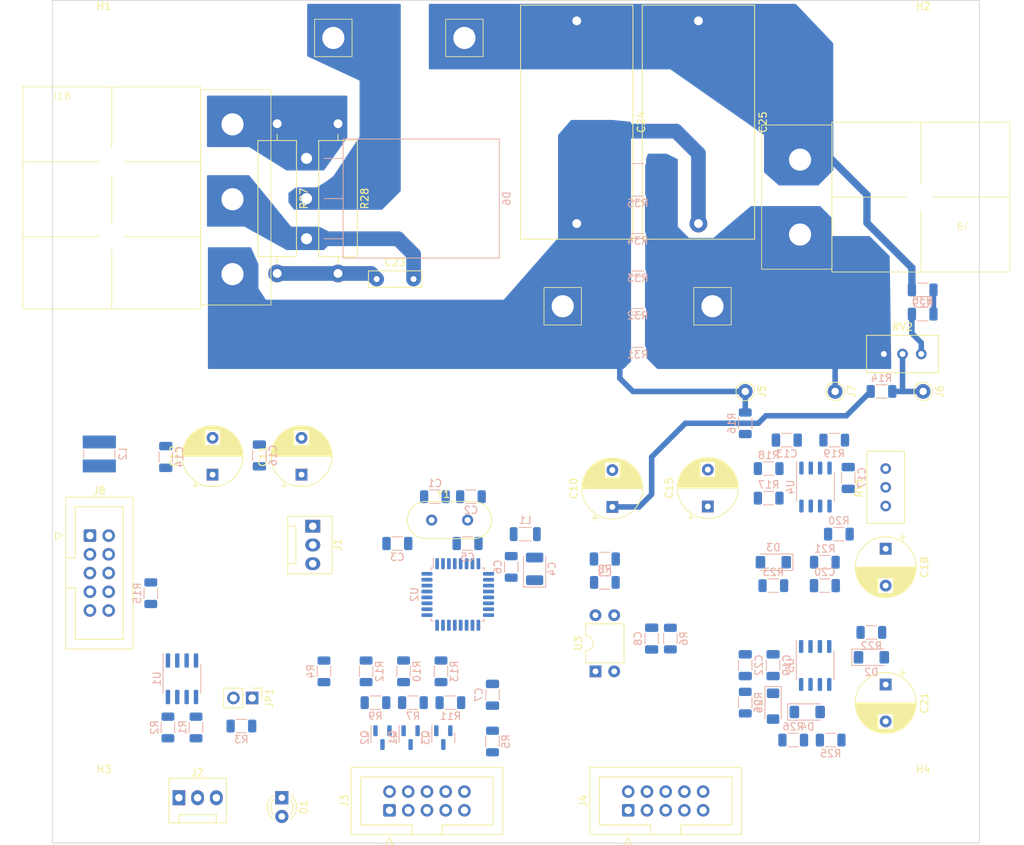
<source format=kicad_pcb>
(kicad_pcb (version 20221018) (generator pcbnew)
  (layers (0 "F.Cu" signal) (31 "B.Cu" signal) (34 "B.Paste" user) (35 "F.Paste" user) (36 "B.SilkS" user "B.Silkscreen") (37 "F.SilkS" user "F.Silkscreen") (38 "B.Mask" user) (39 "F.Mask" user) (44 "Edge.Cuts" user))
  (net 0 "")
  (net 1 "+5V")
  (net 2 "Net-(U2-OSCIN{slash}PA1)")
  (net 3 "Net-(U2-OSCIN{slash}PA2)")
  (net 4 "Net-(J1-Pin_3)")
  (net 5 "Net-(U2-VDDA)")
  (net 6 "Net-(U2-VCAP)")
  (net 7 "/RES")
  (net 8 "/OUT_1")
  (net 9 "/IN_1")
  (net 10 "U_IN")
  (net 11 "+12V")
  (net 12 "Net-(U4A--)")
  (net 13 "Net-(U5A-+)")
  (net 14 "Net-(U4B-+)")
  (net 15 "Net-(U4B--)")
  (net 16 "Net-(C20-Pad2)")
  (net 17 "I_IN")
  (net 18 "FI")
  (net 19 "Net-(C23-Pad1)")
  (net 20 "Net-(J13-Pin_1)")
  (net 21 "I")
  (net 22 "Net-(D1-A)")
  (net 23 "OS")
  (net 24 "Net-(D4-A)")
  (net 25 "Net-(D6-A)")
  (net 26 "Net-(J1-Pin_1)")
  (net 27 "Net-(J2-Pin_1)")
  (net 28 "Net-(J2-Pin_2)")
  (net 29 "Net-(Q2-D)")
  (net 30 "Net-(Q1-D)")
  (net 31 "Net-(Q3-D)")
  (net 32 "Net-(J3-Pad8)")
  (net 33 "Net-(J4-Pad8)")
  (net 34 "Net-(J4-Pad10)")
  (net 35 "U")
  (net 36 "Net-(J8-Pad1)")
  (net 37 "/sheet_2/F_IN")
  (net 38 "U_SET")
  (net 39 "Net-(JP1-A)")
  (net 40 "Net-(Q1-G)")
  (net 41 "Net-(Q2-G)")
  (net 42 "Net-(Q3-G)")
  (net 43 "Net-(U1-B)")
  (net 44 "Net-(U1-A)")
  (net 45 "Net-(U2-PD0)")
  (net 46 "/STRB")
  (net 47 "/MOSI")
  (net 48 "/CLK")
  (net 49 "Net-(U4A-+)")
  (net 50 "Net-(R19-Pad2)")
  (net 51 "PWM")
  (net 52 "Net-(U5A--)")
  (net 53 "Net-(U5B--)")
  (net 54 "Net-(R29-Pad2)")
  (net 55 "Net-(R30-Pad2)")
  (net 56 "/RX")
  (net 57 "/DIR")
  (net 58 "/TX")
  (net 66 "Net-(J18-Pin_2)")
  (net 67 "Net-(J18-Pin_1)")
  (net 68 "GND")
  (footprint "Connector_IDC:IDC-Header_2x05_P2.54mm_Vertical" (layer "F.Cu") (at 45.72 102.87)
    (fp_text reference "J8")
    (fp_text value "~")
  )
  (footprint "Capacitor_THT:CP_Radial_D8.0mm_P5.00mm" (layer "F.Cu") (at 74.422 94.604651 90)
    (fp_text reference "C11")
    (fp_text value "100uF 16v")
  )
  (footprint "Capacitor_THT:CP_Radial_D8.0mm_P5.00mm" (layer "F.Cu") (at 116.586 98.98 90)
    (fp_text reference "C10")
    (fp_text value "47uF 16v")
  )
  (footprint "Z_pin:PinD3mm" (layer "F.Cu") (at 130.175 71.755)
    (fp_text reference "J15")
    (fp_text value "Screw_Terminal_01x01")
  )
  (footprint "Resistor_THT:R_Axial_DIN0516_L15.5mm_D5.0mm_P20.32mm_Horizontal" (layer "F.Cu") (at 71.12 46.99 -90)
    (fp_text reference "R27")
    (fp_text value "R 2W")
  )
  (footprint "Capacitor_THT:CP_Radial_D8.0mm_P5.00mm" (layer "F.Cu") (at 62.357 94.604651 90)
    (fp_text reference "C12")
    (fp_text value "1000uF 6v3")
  )
  (footprint "Connector_IDC:IDC-Header_2x05_P2.54mm_Vertical" (layer "F.Cu") (at 118.745 140.135 90)
    (fp_text reference "J4")
    (fp_text value "~")
  )
  (footprint "Connector_IDC:IDC-Header_2x05_P2.54mm_Vertical" (layer "F.Cu") (at 86.36 140.135 90)
    (fp_text reference "J3")
    (fp_text value "~")
  )
  (footprint "Capacitor_THT:CP_Radial_D8.0mm_P5.00mm" (layer "F.Cu") (at 153.67 104.655 -90)
    (fp_text reference "C18")
    (fp_text value "4,7uF 16v")
  )
  (footprint "Z_connectors:Klema2" (layer "F.Cu") (at 158.4325 56.95 180)
    (fp_text reference "J9")
    (fp_text value "Screw_Terminal_01x02")
  )
  (footprint "LED_THT:LED_D3.0mm" (layer "F.Cu") (at 71.755 138.43 -90)
    (fp_text reference "D1")
    (fp_text value "~")
  )
  (footprint "Connector:FanPinHeader_1x03_P2.54mm_Vertical" (layer "F.Cu") (at 57.785 138.43)
    (fp_text reference "J2")
    (fp_text value "Conn_01x03_Pin")
  )
  (footprint "Connector_Pin:Pin_D1.0mm_L10.0mm" (layer "F.Cu") (at 158.75 83.312 90)
    (fp_text reference "J6")
    (fp_text value "U")
  )
  (footprint "Z_connectors:Klema3" (layer "F.Cu") (at 36.6125 42.0005)
    (fp_text reference "J18")
    (fp_text value "Screw_Terminal_01x03")
  )
  (footprint "MountingHole:MountingHole_3.5mm" (layer "F.Cu") (at 158.75 35.56)
    (fp_text reference "H2")
    (fp_text value "MountingHole")
  )
  (footprint "Crystal:Crystal_HC49-4H_Vertical" (layer "F.Cu") (at 92.075 100.765)
    (fp_text reference "Y1")
    (fp_text value "16MHz")
  )
  (footprint "Resistor_THT:R_Axial_DIN0516_L15.5mm_D5.0mm_P20.32mm_Horizontal" (layer "F.Cu") (at 79.375 46.99 -90)
    (fp_text reference "R28")
    (fp_text value "R 2W")
  )
  (footprint "Package_DIP:DIP-4_W7.62mm" (layer "F.Cu") (at 114.3 121.285 90)
    (fp_text reference "U3")
    (fp_text value "PC817")
  )
  (footprint "Capacitor_THT:C_Rect_L31.5mm_W15.0mm_P27.50mm_MKS4" (layer "F.Cu") (at 111.76 33.04 -90)
    (fp_text reference "C24")
    (fp_text value "C")
  )
  (footprint "Connector_Pin:Pin_D1.0mm_L10.0mm" (layer "F.Cu") (at 134.62 83.312 90)
    (fp_text reference "J5")
    (fp_text value "I")
  )
  (footprint "Capacitor_THT:C_Rect_L7.0mm_W2.0mm_P5.00mm" (layer "F.Cu") (at 84.622 68.072)
    (fp_text reference "C23")
    (fp_text value "C")
  )
  (footprint "MountingHole:MountingHole_3.5mm" (layer "F.Cu") (at 158.75 139.065)
    (fp_text reference "H4")
    (fp_text value "MountingHole")
  )
  (footprint "Z_pin:PinD3mm" (layer "F.Cu") (at 78.74 35.36)
    (fp_text reference "J12")
    (fp_text value "Screw_Terminal_01x01")
  )
  (footprint "Capacitor_THT:C_Rect_L31.5mm_W15.0mm_P27.50mm_MKS4" (layer "F.Cu") (at 128.27 33.04 -90)
    (fp_text reference "C25")
    (fp_text value "C")
  )
  (footprint "Connector_PinHeader_2.54mm:PinHeader_1x02_P2.54mm_Vertical" (layer "F.Cu") (at 67.73 124.895 -90)
    (fp_text reference "JP1")
    (fp_text value "Jumper_2_Open")
  )
  (footprint "Connector:FanPinHeader_1x03_P2.54mm_Vertical" (layer "F.Cu") (at 75.946 101.6 -90)
    (fp_text reference "J1")
    (fp_text value "Conn_01x03_Pin")
  )
  (footprint "MountingHole:MountingHole_3.5mm" (layer "F.Cu") (at 47.625 139.065)
    (fp_text reference "H3")
    (fp_text value "MountingHole")
  )
  (footprint "Connector_Pin:Pin_D1.0mm_L10.0mm" (layer "F.Cu") (at 146.812 83.312 90)
    (fp_text reference "J7")
    (fp_text value "GND")
  )
  (footprint "Z_pin:PinD3mm" (layer "F.Cu") (at 109.855 71.755)
    (fp_text reference "J14")
    (fp_text value "Screw_Terminal_01x01")
  )
  (footprint "Z_pin:PinD3mm" (layer "F.Cu") (at 96.52 35.36)
    (fp_text reference "J13")
    (fp_text value "Screw_Terminal_01x01")
  )
  (footprint "Potentiometer_THT:Potentiometer_Bourns_3296W_Vertical" (layer "F.Cu") (at 158.496 78.232)
    (fp_text reference "RV2")
    (fp_text value "4k7 3296W")
  )
  (footprint "Capacitor_THT:CP_Radial_D8.0mm_P5.00mm" (layer "F.Cu") (at 129.54 98.922651 90)
    (fp_text reference "C15")
    (fp_text value "47uF 16v")
  )
  (footprint "MountingHole:MountingHole_3.5mm" (layer "F.Cu") (at 47.625 35.56)
    (fp_text reference "H1")
    (fp_text value "MountingHole")
  )
  (footprint "Capacitor_THT:CP_Radial_D8.0mm_P5.00mm" (layer "F.Cu") (at 153.67 123.07 -90)
    (fp_text reference "C21")
    (fp_text value "4,7uF 16v")
  )
  (footprint "Potentiometer_THT:Potentiometer_Bourns_3296W_Vertical" (layer "F.Cu") (at 153.67 93.78 90)
    (fp_text reference "RV1")
    (fp_text value "200k")
  )
  (footprint "Resistor_SMD:R_1206_3216Metric" (layer "B.Cu") (at 146.205 130.61)
    (fp_text reference "R25")
    (fp_text value "10k")
  )
  (footprint "Package_TO_SOT_SMD:SOT-23" (layer "B.Cu") (at 89.22 130.2775 -90)
    (fp_text reference "Q1")
    (fp_text value "IRLML2803")
  )
  (footprint "Resistor_SMD:R_2816_7142Metric" (layer "B.Cu") (at 120.0425 54.61)
    (fp_text reference "R35")
    (fp_text value "0,01")
  )
  (footprint "Inductor_SMD:L_Ferrocore_DLG-0403" (layer "B.Cu") (at 46.99 91.795 90)
    (fp_text reference "L2")
    (fp_text value "220uH")
  )
  (footprint "Capacitor_SMD:C_1206_3216Metric" (layer "B.Cu") (at 145.415 109.655 180)
    (fp_text reference "C20")
    (fp_text value "1,0uF")
  )
  (footprint "Resistor_SMD:R_1206_3216Metric" (layer "B.Cu") (at 151.7275 116.005)
    (fp_text reference "R22")
    (fp_text value "1k")
  )
  (footprint "Resistor_SMD:R_1206_3216Metric" (layer "B.Cu") (at 53.975 110.6825 -90)
    (fp_text reference "R15")
    (fp_text value "20k")
  )
  (footprint "Resistor_SMD:R_1206_3216Metric" (layer "B.Cu") (at 94.615 125.53)
    (fp_text reference "R11")
    (fp_text value "1k")
  )
  (footprint "Resistor_SMD:R_1206_3216Metric" (layer "B.Cu") (at 134.62 87.63 -90)
    (fp_text reference "R16")
    (fp_text value "10k")
  )
  (footprint "Diode_SMD:D_MiniMELF" (layer "B.Cu") (at 143.03 126.8)
    (fp_text reference "D4")
    (fp_text value "LL4148")
  )
  (footprint "Capacitor_SMD:C_1206_3216Metric" (layer "B.Cu") (at 148.59 95.05 90)
    (fp_text reference "C17")
    (fp_text value "0,15uF")
  )
  (footprint "Capacitor_SMD:C_1206_3216Metric" (layer "B.Cu") (at 121.92 116.84 -90)
    (fp_text reference "C8")
    (fp_text value "10pF")
  )
  (footprint "Capacitor_SMD:C_1206_3216Metric" (layer "B.Cu") (at 140.257 89.916)
    (fp_text reference "C13")
    (fp_text value "0,47uF")
  )
  (footprint "Diode_SMD:D_MiniMELF" (layer "B.Cu") (at 151.7275 119.38)
    (fp_text reference "D2")
    (fp_text value "LL4148")
  )
  (footprint "Package_TO_SOT_SMD:SOT-23" (layer "B.Cu") (at 93.66 130.2775 -90)
    (fp_text reference "Q3")
    (fp_text value "IRLML2803")
  )
  (footprint "Capacitor_SMD:C_1206_3216Metric" (layer "B.Cu") (at 134.62 120.45 90)
    (fp_text reference "C22")
    (fp_text value "0,1uF")
  )
  (footprint "Capacitor_SMD:C_1206_3216Metric" (layer "B.Cu") (at 138.3925 120.45 90)
    (fp_text reference "C19")
    (fp_text value "0,1uF")
  )
  (footprint "Inductor_SMD:L_1206_3216Metric" (layer "B.Cu") (at 104.775 102.67 180)
    (fp_text reference "L1")
    (fp_text value "100uH")
  )
  (footprint "Resistor_SMD:R_1206_3216Metric" (layer "B.Cu") (at 60.11 128.8975 -90)
    (fp_text reference "R1")
    (fp_text value "56")
  )
  (footprint "Resistor_SMD:R_1206_3216Metric" (layer "B.Cu") (at 56.3 128.8975 -90)
    (fp_text reference "R2")
    (fp_text value "56")
  )
  (footprint "Resistor_SMD:R_1206_3216Metric" (layer "B.Cu") (at 115.57 109.22 180)
    (fp_text reference "R8")
    (fp_text value "20k")
  )
  (footprint "Resistor_SMD:R_1206_3216Metric" (layer "B.Cu") (at 134.62 125.53 90)
    (fp_text reference "R24")
    (fp_text value "1M")
  )
  (footprint "Resistor_SMD:R_1206_3216Metric" (layer "B.Cu") (at 158.6885 72.825 180)
    (fp_text reference "R30")
    (fp_text value "R")
  )
  (footprint "Resistor_SMD:R_1206_3216Metric" (layer "B.Cu") (at 84.455 125.53)
    (fp_text reference "R9")
    (fp_text value "1k")
  )
  (footprint "Resistor_SMD:R_2816_7142Metric" (layer "B.Cu") (at 120.0425 64.77)
    (fp_text reference "R33")
    (fp_text value "0,01")
  )
  (footprint "Resistor_SMD:R_2816_7142Metric" (layer "B.Cu") (at 120.015 59.69)
    (fp_text reference "R34")
    (fp_text value "0,01")
  )
  (footprint "Resistor_SMD:R_1206_3216Metric" (layer "B.Cu") (at 102.87 107.115 -90)
    (fp_text reference "C6")
    (fp_text value "0,1uF")
  )
  (footprint "Resistor_SMD:R_1206_3216Metric" (layer "B.Cu") (at 147.32 102.67 180)
    (fp_text reference "R20")
    (fp_text value "10k")
  )
  (footprint "Resistor_SMD:R_1206_3216Metric" (layer "B.Cu") (at 77.47 121.285 -90)
    (fp_text reference "R4")
    (fp_text value "1k")
  )
  (footprint "Package_TO_SOT_SMD:SOT-23" (layer "B.Cu") (at 85.405 130.2775 -90)
    (fp_text reference "Q2")
    (fp_text value "IRLML2803")
  )
  (footprint "Resistor_SMD:R_1206_3216Metric" (layer "B.Cu") (at 66.2675 128.705)
    (fp_text reference "R3")
    (fp_text value "120")
  )
  (footprint "Resistor_SMD:R_1206_3216Metric" (layer "B.Cu") (at 100.33 130.8025 90)
    (fp_text reference "R5")
    (fp_text value "4k7")
  )
  (footprint "Package_QFP:LQFP-32_7x7mm_P0.8mm" (layer "B.Cu") (at 95.615 110.855 -90)
    (fp_text reference "U2")
    (fp_text value "STM8S105K4T6C")
  )
  (footprint "Resistor_SMD:R_1206_3216Metric" (layer "B.Cu") (at 137.795 93.78 180)
    (fp_text reference "R18")
    (fp_text value "10")
  )
  (footprint "Resistor_SMD:R_1206_3216Metric" (layer "B.Cu") (at 88.265 121.2775 90)
    (fp_text reference "R10")
    (fp_text value "56")
  )
  (footprint "Resistor_SMD:R_1206_3216Metric" (layer "B.Cu") (at 146.685 89.916)
    (fp_text reference "R19")
    (fp_text value "200k")
  )
  (footprint "Resistor_SMD:R_2816_7142Metric" (layer "B.Cu") (at 120.015 75.13)
    (fp_text reference "R31")
    (fp_text value "0,01")
  )
  (footprint "Package_SO:SO-8_3.9x4.9mm_P1.27mm" (layer "B.Cu") (at 144.1075 120.485 -90)
    (fp_text reference "U5")
    (fp_text value "LM358")
  )
  (footprint "Capacitor_SMD:C_1206_3216Metric" (layer "B.Cu") (at 68.707 91.997 90)
    (fp_text reference "C16")
    (fp_text value "0,1uf")
  )
  (footprint "Capacitor_Tantalum_SMD:CP_EIA-3528-21_Kemet-B" (layer "B.Cu") (at 106.045 107.3825 90)
    (fp_text reference "C4")
    (fp_text value "47uF 10v")
  )
  (footprint "Resistor_SMD:R_1206_3216Metric" (layer "B.Cu") (at 145.415 106.48 180)
    (fp_text reference "R21")
    (fp_text value "10k")
  )
  (footprint "Resistor_SMD:R_1206_3216Metric" (layer "B.Cu") (at 92.5175 97.59 180)
    (fp_text reference "C1")
    (fp_text value "22pF")
  )
  (footprint "Resistor_SMD:R_1206_3216Metric" (layer "B.Cu") (at 97.405 97.59)
    (fp_text reference "C2")
    (fp_text value "22pF")
  )
  (footprint "Resistor_SMD:R_1206_3216Metric" (layer "B.Cu") (at 138.43 109.655 180)
    (fp_text reference "R23")
    (fp_text value "1k")
  )
  (footprint "Package_SO:SOIC-8_3.9x4.9mm_P1.27mm" (layer "B.Cu") (at 58.205 122.29 -90)
    (fp_text reference "U1")
    (fp_text value "ADM1485AR")
  )
  (footprint "Package_SO:SO-8_3.9x4.9mm_P1.27mm" (layer "B.Cu") (at 144.145 96.285 -90)
    (fp_text reference "U4")
    (fp_text value "LM2904")
  )
  (footprint "Resistor_SMD:R_1206_3216Metric" (layer "B.Cu") (at 89.535 125.53)
    (fp_text reference "R7")
    (fp_text value "1k")
  )
  (footprint "Capacitor_SMD:C_1206_3216Metric" (layer "B.Cu") (at 56.007 92.202 90)
    (fp_text reference "C14")
    (fp_text value "0,1uF")
  )
  (footprint "Resistor_SMD:R_2816_7142Metric" (layer "B.Cu") (at 120.015 69.85)
    (fp_text reference "R32")
    (fp_text value "0,01")
  )
  (footprint "Diode_SMD:D_MiniMELF" (layer "B.Cu") (at 138.3925 126.01 -90)
    (fp_text reference "D5")
    (fp_text value "LL4148")
  )
  (footprint "Diode_SMD:D_MiniMELF" (layer "B.Cu") (at 138.43 106.48 180)
    (fp_text reference "D3")
    (fp_text value "LL4148")
  )
  (footprint "Capacitor_SMD:C_1206_3216Metric" (layer "B.Cu") (at 115.57 106.045)
    (fp_text reference "C9")
    (fp_text value "0,1uF")
  )
  (footprint "Resistor_SMD:R_1206_3216Metric" (layer "B.Cu") (at 124.46 116.84 90)
    (fp_text reference "R6")
    (fp_text value "100")
  )
  (footprint "Resistor_SMD:R_1206_3216Metric" (layer "B.Cu") (at 93.345 121.2775 90)
    (fp_text reference "R13")
    (fp_text value "56")
  )
  (footprint "Resistor_SMD:R_1206_3216Metric" (layer "B.Cu") (at 158.6885 69.535)
    (fp_text reference "R29")
    (fp_text value "R")
  )
  (footprint "Resistor_SMD:R_1206_3216Metric" (layer "B.Cu") (at 137.795 97.79 180)
    (fp_text reference "R17")
    (fp_text value "100k")
  )
  (footprint "Resistor_SMD:R_1206_3216Metric" (layer "B.Cu") (at 153.1005 83.312 180)
    (fp_text reference "R14")
    (fp_text value "1k")
  )
  (footprint "Capacitor_SMD:C_1206_3216Metric" (layer "B.Cu") (at 100.33 124.465 -90)
    (fp_text reference "C7")
    (fp_text value "0,1uF")
  )
  (footprint "Resistor_SMD:R_1206_3216Metric" (layer "B.Cu") (at 141.125 130.61 180)
    (fp_text reference "R26")
    (fp_text value "1k")
  )
  (footprint "Capacitor_SMD:C_1206_3216Metric" (layer "B.Cu") (at 96.95 103.94)
    (fp_text reference "C5")
    (fp_text value "0,68uF")
  )
  (footprint "Package_TO_SOT_THT:TO-247-3_Horizontal_TabUp" (layer "B.Cu") (at 75.105 51.7 -90)
    (fp_text reference "D6")
    (fp_text value "20B100")
  )
  (footprint "Resistor_SMD:R_1206_3216Metric" (layer "B.Cu") (at 83.185 121.2775 90)
    (fp_text reference "R12")
    (fp_text value "56")
  )
  (footprint "Capacitor_SMD:C_1206_3216Metric" (layer "B.Cu") (at 87.425 103.94)
    (fp_text reference "C3")
    (fp_text value "0,1uF")
  )
  (gr_rect (start 40.6146 30.28) (end 166.37 144.58) (stroke (width 0.1)) (fill none) (layer "Edge.Cuts"))
  (segment (start 137.414 86.614) (end 136.398 87.63) (width 0.75) (layer "B.Cu") (net 10))
  (segment (start 136.398 87.63) (end 126.492 87.63) (width 0.75) (layer "B.Cu") (net 10))
  (segment (start 121.92 97.282) (end 120.222 98.98) (width 0.75) (layer "B.Cu") (net 10))
  (segment (start 151.638 83.312) (end 148.336 86.614) (width 0.75) (layer "B.Cu") (net 10))
  (segment (start 126.492 87.63) (end 121.92 92.202) (width 0.75) (layer "B.Cu") (net 10))
  (segment (start 148.336 86.614) (end 137.414 86.614) (width 0.75) (layer "B.Cu") (net 10))
  (segment (start 120.222 98.98) (end 116.586 98.98) (width 0.75) (layer "B.Cu") (net 10))
  (segment (start 121.92 92.202) (end 121.92 97.282) (width 0.75) (layer "B.Cu") (net 10))
  (segment (start 83.86 67.31) (end 84.622 68.072) (width 2) (layer "B.Cu") (net 19))
  (segment (start 71.12 67.31) (end 79.375 67.31) (width 2) (layer "B.Cu") (net 19))
  (segment (start 79.375 67.31) (end 83.86 67.31) (width 2) (layer "B.Cu") (net 19))
  (segment (start 142.0495 51.87) (end 146.358 51.87) (width 1) (layer "B.Cu") (net 20))
  (segment (start 157.226 66.548) (end 157.226 69.535) (width 1) (layer "B.Cu") (net 20))
  (segment (start 146.358 51.87) (end 151.13 56.642) (width 1) (layer "B.Cu") (net 20))
  (segment (start 151.13 56.642) (end 151.13 60.452) (width 1) (layer "B.Cu") (net 20))
  (segment (start 151.13 60.452) (end 157.226 66.548) (width 1) (layer "B.Cu") (net 20))
  (segment (start 117.602 81.534) (end 119.38 83.312) (width 0.75) (layer "B.Cu") (net 21))
  (segment (start 125.222 48.006) (end 128.27 51.054) (width 2) (layer "B.Cu") (net 21))
  (segment (start 119.38 83.312) (end 134.62 83.312) (width 0.75) (layer "B.Cu") (net 21))
  (segment (start 111.76 50.546) (end 114.3 48.006) (width 2) (layer "B.Cu") (net 21))
  (segment (start 114.3 48.006) (end 125.222 48.006) (width 2) (layer "B.Cu") (net 21))
  (segment (start 111.76 60.54) (end 111.76 50.546) (width 2) (layer "B.Cu") (net 21))
  (segment (start 117.5025 75.13) (end 117.602 75.2295) (width 0.75) (layer "B.Cu") (net 21))
  (segment (start 134.62 83.312) (end 134.62 86.1675) (width 0.75) (layer "B.Cu") (net 21))
  (segment (start 117.602 75.2295) (end 117.602 81.534) (width 0.75) (layer "B.Cu") (net 21))
  (segment (start 128.27 51.054) (end 128.27 60.54) (width 2) (layer "B.Cu") (net 21))
  (segment (start 155.956 78.232) (end 155.956 83.312) (width 0.75) (layer "B.Cu") (net 35))
  (segment (start 154.563 83.312) (end 155.956 83.312) (width 0.75) (layer "B.Cu") (net 35))
  (segment (start 155.956 83.312) (end 158.75 83.312) (width 0.75) (layer "B.Cu") (net 35))
  (segment (start 160.151 69.535) (end 160.151 72.825) (width 0.75) (layer "B.Cu") (net 54))
  (segment (start 157.226 75.438) (end 158.496 76.708) (width 0.75) (layer "B.Cu") (net 55))
  (segment (start 157.226 72.825) (end 157.226 75.438) (width 0.75) (layer "B.Cu") (net 55))
  (segment (start 158.496 76.708) (end 158.496 78.232) (width 0.75) (layer "B.Cu") (net 55))
  (segment (start 89.622 68.072) (end 89.622 64.73) (width 2) (layer "B.Cu") (net 66))
  (segment (start 89.622 64.73) (end 87.514 62.622) (width 2) (layer "B.Cu") (net 66))
  (segment (start 87.514 62.622) (end 87.514 62.6) (width 2) (layer "B.Cu") (net 66))
  (segment (start 87.514 62.6) (end 75.105 62.6) (width 2) (layer "B.Cu") (net 66))
  (segment (start 146.812 78.232) (end 153.416 78.232) (width 0.75) (layer "B.Cu") (net 68))
  (segment (start 146.812 83.312) (end 146.812 78.232) (width 0.75) (layer "B.Cu") (net 68))
  (zone (net 25) (net_name "Net-(D6-A)") (layer "B.Cu") (priority 2) (connect_pads yes (clearance 0.5)) (min_thickness 0.25) (fill yes (thermal_gap 0.5) (thermal_bridge_width 0.5))
    (polygon (pts (xy 76.454 55.626) (xy 77.724 54.864) (xy 78.74 54.102) (xy 82.296 48.768) (xy 82.296 41.148) (xy 75.184 37.846) (xy 75.184 30.734) (xy 87.884 30.734) (xy 87.884 56.134) (xy 85.344 58.674) (xy 73.406 58.674) (xy 72.644 57.658) (xy 72.644 56.388) (xy 73.66 55.626)))
  )
  (zone (net 21) (net_name "I") (layer "B.Cu") (priority 3) (connect_pads yes (clearance 0.5)) (min_thickness 0.25) (fill yes (thermal_gap 0.5) (thermal_bridge_width 0.5))
    (polygon (pts (xy 61.722 63.754) (xy 67.564 63.754) (xy 68.58 66.04) (xy 68.58 69.342) (xy 69.596 70.866) (xy 101.854 70.866) (xy 109.22 62.484) (xy 109.22 48.514) (xy 110.998 46.482) (xy 116.586 46.482) (xy 119.126 46.736) (xy 119.126 79.248) (xy 118.11 80.264) (xy 61.722 80.264)))
  )
  (zone (net 68) (net_name "GND") (layer "B.Cu") (priority 4) (connect_pads yes (clearance 0.5)) (min_thickness 0.25) (fill yes (thermal_gap 0.5) (thermal_bridge_width 0.5))
    (polygon (pts (xy 121.158 51.816) (xy 121.412 51.054) (xy 123.952 51.054) (xy 125.476 51.816) (xy 125.476 60.96) (xy 127 62.484) (xy 130.302 62.484) (xy 132.08 60.96) (xy 135.382 58.166) (xy 144.78 58.166) (xy 146.304 59.69) (xy 146.304 62.23) (xy 154.178 62.23) (xy 154.432 80.264) (xy 122.682 80.264) (xy 121.158 78.74)))
  )
  (zone (net 66) (net_name "Net-(J18-Pin_2)") (layer "B.Cu") (priority 1) (connect_pads yes (clearance 0.5)) (min_thickness 0.25) (fill yes (thermal_gap 0.5) (thermal_bridge_width 0.5))
    (polygon (pts (xy 61.595 53.975) (xy 67.31 53.975) (xy 73.025 60.96) (xy 76.835 60.96) (xy 78.105 61.595) (xy 78.105 63.5) (xy 77.47 64.135) (xy 72.39 64.135) (xy 66.675 60.96) (xy 61.595 60.96)))
  )
  (zone (net 67) (net_name "Net-(J18-Pin_1)") (layer "B.Cu") (connect_pads yes (clearance 0.5)) (min_thickness 0.25) (fill yes (thermal_gap 0.5) (thermal_bridge_width 0.5))
    (polygon (pts (xy 61.595 43.18) (xy 80.645 43.18) (xy 80.645 48.895) (xy 77.47 53.34) (xy 72.39 53.34) (xy 67.31 50.165) (xy 61.595 50.165)))
  )
  (zone (net 20) (net_name "Net-(J13-Pin_1)") (layer "B.Cu") (priority 5) (connect_pads yes (clearance 0.5)) (min_thickness 0.25) (fill yes (thermal_gap 0.5) (thermal_bridge_width 0.5))
    (polygon (pts (xy 141.478 30.734) (xy 146.558 36.068) (xy 146.558 53.34) (xy 144.526 55.372) (xy 139.192 55.372) (xy 137.16 53.594) (xy 137.16 48.514) (xy 124.46 39.624) (xy 91.694 39.624) (xy 91.694 30.734)))
  )
)
</source>
